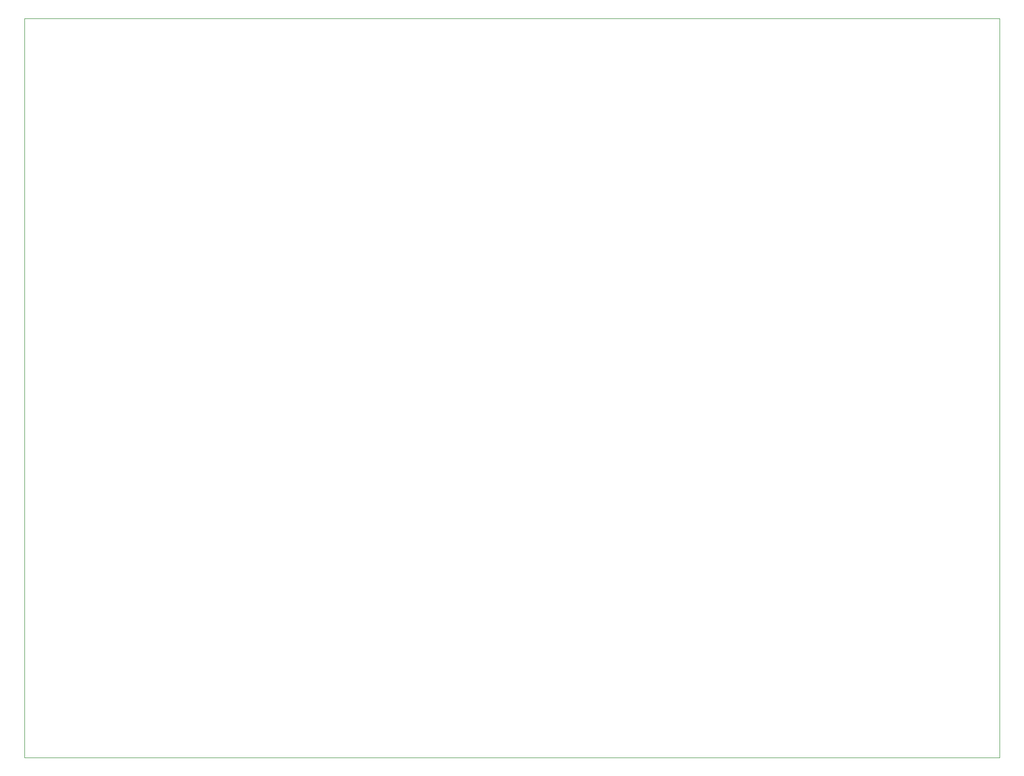
<source format=gbr>
%TF.GenerationSoftware,KiCad,Pcbnew,9.0.7*%
%TF.CreationDate,2026-01-03T20:52:02+01:00*%
%TF.ProjectId,Kicad Datein,4b696361-6420-4446-9174-65696e2e6b69,rev?*%
%TF.SameCoordinates,Original*%
%TF.FileFunction,Profile,NP*%
%FSLAX46Y46*%
G04 Gerber Fmt 4.6, Leading zero omitted, Abs format (unit mm)*
G04 Created by KiCad (PCBNEW 9.0.7) date 2026-01-03 20:52:02*
%MOMM*%
%LPD*%
G01*
G04 APERTURE LIST*
%TA.AperFunction,Profile*%
%ADD10C,0.050000*%
%TD*%
G04 APERTURE END LIST*
D10*
X18500000Y-8500000D02*
X184000000Y-8500000D01*
X184000000Y-134000000D01*
X18500000Y-134000000D01*
X18500000Y-8500000D01*
M02*

</source>
